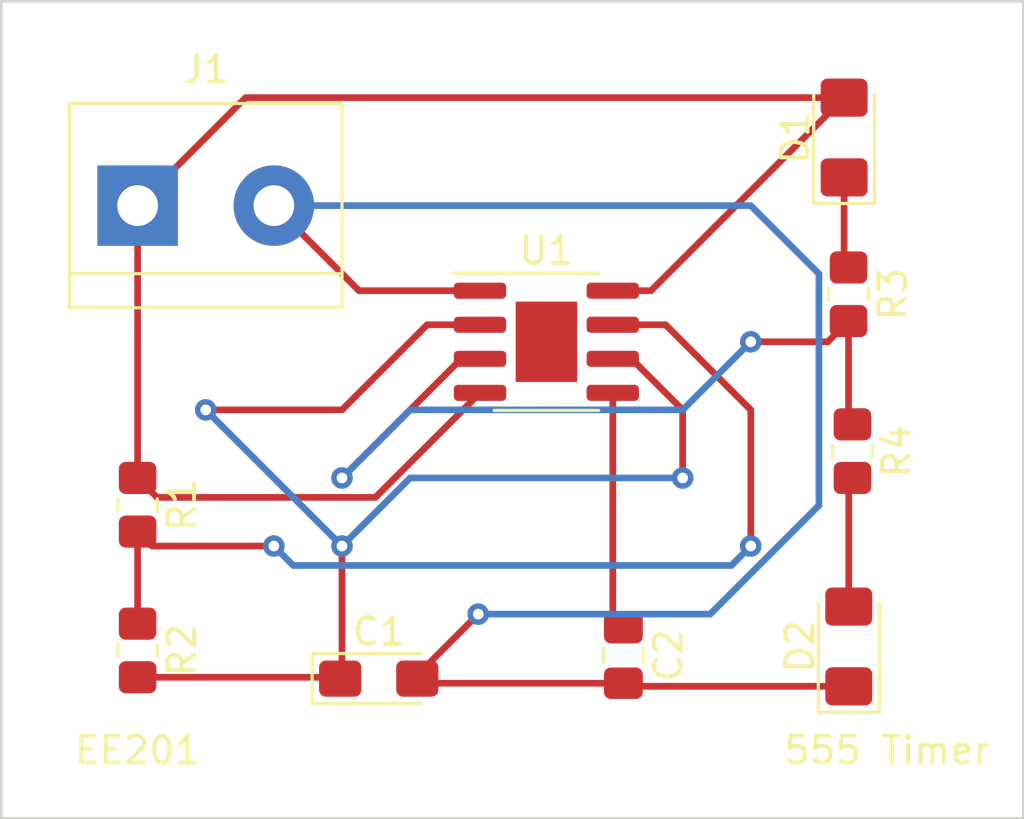
<source format=kicad_pcb>
(kicad_pcb (version 20211014) (generator pcbnew)
  (layers (0 "F.Cu" signal) (31 "B.Cu" signal) (34 "B.Paste" user) (35 "F.Paste" user) (36 "B.SilkS" user "B.Silkscreen") (37 "F.SilkS" user "F.Silkscreen") (38 "B.Mask" user) (39 "F.Mask" user) (44 "Edge.Cuts" user))
  (net 0 "")
  (net 1 "/pin_2")
  (net 2 "GND")
  (net 3 "Net-(C2-Pad1)")
  (net 4 "Net-(D1-Pad1)")
  (net 5 "+9V")
  (net 6 "Net-(D2-Pad2)")
  (net 7 "/pin_7")
  (net 8 "/pin_3")
  (footprint "LED_SMD:LED_1206_3216Metric_Pad1.42x1.75mm_HandSolder" (layer "F.Cu") (at 148.4325 107.885 90)
    (fp_text reference "D2" (at 0 -1.82 90) (layer "F.SilkS"))
    (fp_text value "LED")
    (fp_line (start -2.46 1.135) (end 1.6 1.135) (layer "F.SilkS") (width 0.12))
    (fp_line (start 1.6 -1.135) (end -2.46 -1.135) (layer "F.SilkS") (width 0.12))
    (fp_line (start -2.46 -1.135) (end -2.46 1.135) (layer "F.SilkS") (width 0.12))
    (pad "1" smd roundrect (at -1.4875 0 90) (size 1.425 1.75) (layers "F.Cu" "F.Paste" "F.Mask") (roundrect_rratio 0.175439) (net 2 "GND"))
    (pad "2" smd roundrect (at 1.4875 0 90) (size 1.425 1.75) (layers "F.Cu" "F.Paste" "F.Mask") (roundrect_rratio 0.175439) (net 6 "Net-(D2-Pad2)"))
  )
  (footprint "Resistor_SMD:R_0805_2012Metric_Pad1.20x1.40mm_HandSolder" (layer "F.Cu") (at 148.425 94.747064 -90)
    (fp_text reference "R3" (at 0 -1.65 90) (layer "F.SilkS"))
    (fp_text value "1k")
    (fp_line (start -0.227064 -0.735) (end 0.227064 -0.735) (layer "F.SilkS") (width 0.12))
    (fp_line (start -0.227064 0.735) (end 0.227064 0.735) (layer "F.SilkS") (width 0.12))
    (pad "1" smd roundrect (at -1 0 270) (size 1.2 1.4) (layers "F.Cu" "F.Paste" "F.Mask") (roundrect_rratio 0.208333) (net 4 "Net-(D1-Pad1)"))
    (pad "2" smd roundrect (at 1 0 270) (size 1.2 1.4) (layers "F.Cu" "F.Paste" "F.Mask") (roundrect_rratio 0.208333) (net 8 "/pin_3"))
  )
  (footprint "Resistor_SMD:R_0805_2012Metric_Pad1.20x1.40mm_HandSolder" (layer "F.Cu") (at 121.92 102.6 -90)
    (fp_text reference "R1" (at 0 -1.65 90) (layer "F.SilkS"))
    (fp_text value "1k")
    (fp_line (start -0.227064 0.735) (end 0.227064 0.735) (layer "F.SilkS") (width 0.12))
    (fp_line (start -0.227064 -0.735) (end 0.227064 -0.735) (layer "F.SilkS") (width 0.12))
    (pad "1" smd roundrect (at -1 0 270) (size 1.2 1.4) (layers "F.Cu" "F.Paste" "F.Mask") (roundrect_rratio 0.208333) (net 5 "+9V"))
    (pad "2" smd roundrect (at 1 0 270) (size 1.2 1.4) (layers "F.Cu" "F.Paste" "F.Mask") (roundrect_rratio 0.208333) (net 7 "/pin_7"))
  )
  (footprint "LED_SMD:LED_1206_3216Metric_Pad1.42x1.75mm_HandSolder" (layer "F.Cu") (at 148.26 88.9 90)
    (fp_text reference "D1" (at 0 -1.82 90) (layer "F.SilkS"))
    (fp_text value "LED")
    (fp_line (start 1.6 -1.135) (end -2.46 -1.135) (layer "F.SilkS") (width 0.12))
    (fp_line (start -2.46 -1.135) (end -2.46 1.135) (layer "F.SilkS") (width 0.12))
    (fp_line (start -2.46 1.135) (end 1.6 1.135) (layer "F.SilkS") (width 0.12))
    (pad "1" smd roundrect (at -1.4875 0 90) (size 1.425 1.75) (layers "F.Cu" "F.Paste" "F.Mask") (roundrect_rratio 0.175439) (net 4 "Net-(D1-Pad1)"))
    (pad "2" smd roundrect (at 1.4875 0 90) (size 1.425 1.75) (layers "F.Cu" "F.Paste" "F.Mask") (roundrect_rratio 0.175439) (net 5 "+9V"))
  )
  (footprint "Capacitor_Tantalum_SMD:CP_EIA-3216-18_Kemet-A_Pad1.58x1.35mm_HandSolder" (layer "F.Cu") (at 130.91 109.085)
    (fp_text reference "C1" (at 0 -1.75) (layer "F.SilkS"))
    (fp_text value "10uF")
    (fp_line (start 1.6 -0.935) (end -2.485 -0.935) (layer "F.SilkS") (width 0.12))
    (fp_line (start -2.485 -0.935) (end -2.485 0.935) (layer "F.SilkS") (width 0.12))
    (fp_line (start -2.485 0.935) (end 1.6 0.935) (layer "F.SilkS") (width 0.12))
    (pad "1" smd roundrect (at -1.4375 0) (size 1.575 1.35) (layers "F.Cu" "F.Paste" "F.Mask") (roundrect_rratio 0.185185) (net 1 "/pin_2"))
    (pad "2" smd roundrect (at 1.4375 0) (size 1.575 1.35) (layers "F.Cu" "F.Paste" "F.Mask") (roundrect_rratio 0.185185) (net 2 "GND"))
  )
  (footprint "Capacitor_SMD:C_0805_2012Metric_Pad1.18x1.45mm_HandSolder" (layer "F.Cu") (at 140.03 108.22 -90)
    (fp_text reference "C2" (at 0 -1.68 90) (layer "F.SilkS"))
    (fp_text value "0.01uF")
    (fp_line (start -0.261252 0.735) (end 0.261252 0.735) (layer "F.SilkS") (width 0.12))
    (fp_line (start -0.261252 -0.735) (end 0.261252 -0.735) (layer "F.SilkS") (width 0.12))
    (pad "1" smd roundrect (at -1.0375 0 270) (size 1.175 1.45) (layers "F.Cu" "F.Paste" "F.Mask") (roundrect_rratio 0.212766) (net 3 "Net-(C2-Pad1)"))
    (pad "2" smd roundrect (at 1.0375 0 270) (size 1.175 1.45) (layers "F.Cu" "F.Paste" "F.Mask") (roundrect_rratio 0.212766) (net 2 "GND"))
  )
  (footprint "TerminalBlock:TerminalBlock_bornier-2_P5.08mm" (layer "F.Cu") (at 121.92 91.44)
    (fp_text reference "J1" (at 2.54 -5.08) (layer "F.SilkS"))
    (fp_text value "Conn_01x02_Male")
    (fp_line (start 7.62 -3.81) (end -2.54 -3.81) (layer "F.SilkS") (width 0.12))
    (fp_line (start 7.62 2.54) (end -2.54 2.54) (layer "F.SilkS") (width 0.12))
    (fp_line (start -2.54 -3.81) (end -2.54 3.81) (layer "F.SilkS") (width 0.12))
    (fp_line (start 7.62 3.81) (end 7.62 -3.81) (layer "F.SilkS") (width 0.12))
    (fp_line (start -2.54 3.81) (end 7.62 3.81) (layer "F.SilkS") (width 0.12))
    (pad "1" thru_hole rect (at 0 0) (size 3 3) (drill 1.52) (layers *.Cu *.Mask) (net 5 "+9V"))
    (pad "2" thru_hole circle (at 5.08 0) (size 3 3) (drill 1.52) (layers *.Cu *.Mask) (net 2 "GND"))
  )
  (footprint "Resistor_SMD:R_0805_2012Metric_Pad1.20x1.40mm_HandSolder" (layer "F.Cu") (at 121.92 108.03468 -90)
    (fp_text reference "R2" (at 0 -1.65 90) (layer "F.SilkS"))
    (fp_text value "10k")
    (fp_line (start -0.227064 -0.735) (end 0.227064 -0.735) (layer "F.SilkS") (width 0.12))
    (fp_line (start -0.227064 0.735) (end 0.227064 0.735) (layer "F.SilkS") (width 0.12))
    (pad "1" smd roundrect (at -1 0 270) (size 1.2 1.4) (layers "F.Cu" "F.Paste" "F.Mask") (roundrect_rratio 0.208333) (net 7 "/pin_7"))
    (pad "2" smd roundrect (at 1 0 270) (size 1.2 1.4) (layers "F.Cu" "F.Paste" "F.Mask") (roundrect_rratio 0.208333) (net 1 "/pin_2"))
  )
  (footprint "Resistor_SMD:R_0805_2012Metric_Pad1.20x1.40mm_HandSolder" (layer "F.Cu") (at 148.57 100.6 -90)
    (fp_text reference "R4" (at 0 -1.65 90) (layer "F.SilkS"))
    (fp_text value "1k")
    (fp_line (start -0.227064 0.735) (end 0.227064 0.735) (layer "F.SilkS") (width 0.12))
    (fp_line (start -0.227064 -0.735) (end 0.227064 -0.735) (layer "F.SilkS") (width 0.12))
    (pad "1" smd roundrect (at -1 0 270) (size 1.2 1.4) (layers "F.Cu" "F.Paste" "F.Mask") (roundrect_rratio 0.208333) (net 8 "/pin_3"))
    (pad "2" smd roundrect (at 1 0 270) (size 1.2 1.4) (layers "F.Cu" "F.Paste" "F.Mask") (roundrect_rratio 0.208333) (net 6 "Net-(D2-Pad2)"))
  )
  (footprint "Package_SO:SOIC-8-1EP_3.9x4.9mm_P1.27mm_EP2.29x3mm" (layer "F.Cu") (at 137.16 96.52)
    (fp_text reference "U1" (at 0 -3.4) (layer "F.SilkS"))
    (fp_text value "NE555D")
    (fp_line (start 0 2.56) (end -1.95 2.56) (layer "F.SilkS") (width 0.12))
    (fp_line (start 0 -2.56) (end 1.95 -2.56) (layer "F.SilkS") (width 0.12))
    (fp_line (start 0 -2.56) (end -3.45 -2.56) (layer "F.SilkS") (width 0.12))
    (fp_line (start 0 2.56) (end 1.95 2.56) (layer "F.SilkS") (width 0.12))
    (pad "1" smd roundrect (at -2.475 -1.905) (size 1.95 0.6) (layers "F.Cu" "F.Paste" "F.Mask") (net 2 "GND"))
    (pad "2" smd roundrect (at -2.475 -0.635) (size 1.95 0.6) (layers "F.Cu" "F.Paste" "F.Mask") (net 1 "/pin_2"))
    (pad "3" smd roundrect (at -2.475 0.635) (size 1.95 0.6) (layers "F.Cu" "F.Paste" "F.Mask") (net 8 "/pin_3"))
    (pad "4" smd roundrect (at -2.475 1.905) (size 1.95 0.6) (layers "F.Cu" "F.Paste" "F.Mask") (net 5 "+9V"))
    (pad "5" smd roundrect (at 2.475 1.905) (size 1.95 0.6) (layers "F.Cu" "F.Paste" "F.Mask") (net 3 "Net-(C2-Pad1)"))
    (pad "6" smd roundrect (at 2.475 0.635) (size 1.95 0.6) (layers "F.Cu" "F.Paste" "F.Mask") (net 1 "/pin_2"))
    (pad "7" smd roundrect (at 2.475 -0.635) (size 1.95 0.6) (layers "F.Cu" "F.Paste" "F.Mask") (net 7 "/pin_7"))
    (pad "8" smd roundrect (at 2.475 -1.905) (size 1.95 0.6) (layers "F.Cu" "F.Paste" "F.Mask") (net 5 "+9V"))
    (pad "9" smd rect (at 0 0) (size 2.29 3) (layers "F.Cu" "F.Mask"))
  )
  (gr_rect (start 116.84 83.82) (end 154.94 114.3) (layer "Edge.Cuts") (width 0.1) (fill none))
  (gr_text "EE201" (at 121.92 111.76) (layer "F.SilkS") (effects (font (size 1 1))))
  (gr_text "555 Timer" (at 149.86 111.76) (layer "F.SilkS") (effects (font (size 1 1))))
  (segment (start 132.715 95.885) (end 134.685 95.885) (width 0.25) (layer "F.Cu") (net 1))
  (segment (start 142.24 99.06) (end 140.335 97.155) (width 0.25) (layer "F.Cu") (net 1))
  (segment (start 142.24 101.6) (end 142.24 99.06) (width 0.25) (layer "F.Cu") (net 1))
  (segment (start 129.42218 109.03468) (end 129.4725 109.085) (width 0.25) (layer "F.Cu") (net 1))
  (segment (start 121.92 109.03468) (end 129.42218 109.03468) (width 0.25) (layer "F.Cu") (net 1))
  (segment (start 129.54 99.06) (end 132.715 95.885) (width 0.25) (layer "F.Cu") (net 1))
  (segment (start 140.335 97.155) (end 139.635 97.155) (width 0.25) (layer "F.Cu") (net 1))
  (segment (start 129.54 109.0175) (end 129.4725 109.085) (width 0.25) (layer "F.Cu") (net 1))
  (segment (start 129.54 104.14) (end 129.54 109.0175) (width 0.25) (layer "F.Cu") (net 1))
  (segment (start 124.46 99.06) (end 129.54 99.06) (width 0.25) (layer "F.Cu") (net 1))
  (via (at 129.54 104.14) (size 0.8) (drill 0.4) (layers "F.Cu" "B.Cu") (net 1))
  (via (at 142.24 101.6) (size 0.8) (drill 0.4) (layers "F.Cu" "B.Cu") (net 1))
  (via (at 124.46 99.06) (size 0.8) (drill 0.4) (layers "F.Cu" "B.Cu") (net 1))
  (segment (start 129.54 104.14) (end 124.46 99.06) (width 0.25) (layer "B.Cu") (net 1))
  (segment (start 142.24 101.6) (end 132.08 101.6) (width 0.25) (layer "B.Cu") (net 1))
  (segment (start 132.08 101.6) (end 129.54 104.14) (width 0.25) (layer "B.Cu") (net 1))
  (segment (start 140.03 109.2575) (end 132.52 109.2575) (width 0.25) (layer "F.Cu") (net 2))
  (segment (start 132.52 109.2575) (end 132.3475 109.085) (width 0.25) (layer "F.Cu") (net 2))
  (segment (start 127 91.44) (end 130.175 94.615) (width 0.25) (layer "F.Cu") (net 2))
  (segment (start 132.3475 109.085) (end 132.3475 108.9525) (width 0.25) (layer "F.Cu") (net 2))
  (segment (start 148.4325 109.3725) (end 140.145 109.3725) (width 0.25) (layer "F.Cu") (net 2))
  (segment (start 130.175 94.615) (end 134.685 94.615) (width 0.25) (layer "F.Cu") (net 2))
  (segment (start 132.3475 108.9525) (end 134.62 106.68) (width 0.25) (layer "F.Cu") (net 2))
  (segment (start 140.145 109.3725) (end 140.03 109.2575) (width 0.25) (layer "F.Cu") (net 2))
  (via (at 134.62 106.68) (size 0.8) (drill 0.4) (layers "F.Cu" "B.Cu") (net 2))
  (segment (start 134.62 106.68) (end 143.265305 106.68) (width 0.25) (layer "B.Cu") (net 2))
  (segment (start 147.32 93.98) (end 144.78 91.44) (width 0.25) (layer "B.Cu") (net 2))
  (segment (start 143.265305 106.68) (end 147.32 102.625305) (width 0.25) (layer "B.Cu") (net 2))
  (segment (start 144.78 91.44) (end 127 91.44) (width 0.25) (layer "B.Cu") (net 2))
  (segment (start 147.32 102.625305) (end 147.32 93.98) (width 0.25) (layer "B.Cu") (net 2))
  (segment (start 139.635 106.7875) (end 140.03 107.1825) (width 0.25) (layer "F.Cu") (net 3))
  (segment (start 139.635 98.425) (end 139.635 106.7875) (width 0.25) (layer "F.Cu") (net 3))
  (segment (start 148.26 93.582064) (end 148.26 90.3875) (width 0.25) (layer "F.Cu") (net 4))
  (segment (start 148.425 93.747064) (end 148.26 93.582064) (width 0.25) (layer "F.Cu") (net 4))
  (segment (start 148.26 87.4125) (end 141.0575 94.615) (width 0.25) (layer "F.Cu") (net 5))
  (segment (start 121.92 101.6) (end 121.92 91.44) (width 0.25) (layer "F.Cu") (net 5))
  (segment (start 141.0575 94.615) (end 139.635 94.615) (width 0.25) (layer "F.Cu") (net 5))
  (segment (start 122.645 102.325) (end 130.785 102.325) (width 0.25) (layer "F.Cu") (net 5))
  (segment (start 121.92 101.6) (end 122.645 102.325) (width 0.25) (layer "F.Cu") (net 5))
  (segment (start 121.92 91.44) (end 125.9475 87.4125) (width 0.25) (layer "F.Cu") (net 5))
  (segment (start 125.9475 87.4125) (end 148.26 87.4125) (width 0.25) (layer "F.Cu") (net 5))
  (segment (start 130.785 102.325) (end 134.685 98.425) (width 0.25) (layer "F.Cu") (net 5))
  (segment (start 148.4325 101.7375) (end 148.4325 106.3975) (width 0.25) (layer "F.Cu") (net 6))
  (segment (start 148.57 101.6) (end 148.4325 101.7375) (width 0.25) (layer "F.Cu") (net 6))
  (segment (start 121.92 107.03468) (end 121.92 103.6) (width 0.25) (layer "F.Cu") (net 7))
  (segment (start 144.78 99.06) (end 141.605 95.885) (width 0.25) (layer "F.Cu") (net 7))
  (segment (start 122.46 104.14) (end 127 104.14) (width 0.25) (layer "F.Cu") (net 7))
  (segment (start 121.92 103.6) (end 122.46 104.14) (width 0.25) (layer "F.Cu") (net 7))
  (segment (start 144.78 104.14) (end 144.78 99.06) (width 0.25) (layer "F.Cu") (net 7))
  (segment (start 141.605 95.885) (end 139.635 95.885) (width 0.25) (layer "F.Cu") (net 7))
  (via (at 127 104.14) (size 0.8) (drill 0.4) (layers "F.Cu" "B.Cu") (net 7))
  (via (at 144.78 104.14) (size 0.8) (drill 0.4) (layers "F.Cu" "B.Cu") (net 7))
  (segment (start 144.055 104.865) (end 127.725 104.865) (width 0.25) (layer "B.Cu") (net 7))
  (segment (start 127.725 104.865) (end 127 104.14) (width 0.25) (layer "B.Cu") (net 7))
  (segment (start 144.78 104.14) (end 144.055 104.865) (width 0.25) (layer "B.Cu") (net 7))
  (segment (start 129.54 101.6) (end 133.985 97.155) (width 0.25) (layer "F.Cu") (net 8))
  (segment (start 147.652064 96.52) (end 148.425 95.747064) (width 0.25) (layer "F.Cu") (net 8))
  (segment (start 133.985 97.155) (end 134.685 97.155) (width 0.25) (layer "F.Cu") (net 8))
  (segment (start 148.57 99.6) (end 148.425 99.455) (width 0.25) (layer "F.Cu") (net 8))
  (segment (start 148.425 99.455) (end 148.425 95.747064) (width 0.25) (layer "F.Cu") (net 8))
  (segment (start 144.78 96.52) (end 147.652064 96.52) (width 0.25) (layer "F.Cu") (net 8))
  (via (at 144.78 96.52) (size 0.8) (drill 0.4) (layers "F.Cu" "B.Cu") (net 8))
  (via (at 129.54 101.6) (size 0.8) (drill 0.4) (layers "F.Cu" "B.Cu") (net 8))
  (segment (start 132.08 99.06) (end 142.24 99.06) (width 0.25) (layer "B.Cu") (net 8))
  (segment (start 144.78 96.52) (end 142.24 99.06) (width 0.25) (layer "B.Cu") (net 8))
  (segment (start 129.54 101.6) (end 132.08 99.06) (width 0.25) (layer "B.Cu") (net 8))
)
</source>
